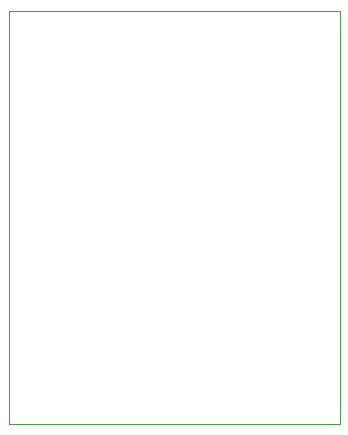
<source format=gbr>
%TF.GenerationSoftware,KiCad,Pcbnew,(5.99.0-8775-g06a515339c)*%
%TF.CreationDate,2021-02-12T19:43:07-05:00*%
%TF.ProjectId,backplate,6261636b-706c-4617-9465-2e6b69636164,rev?*%
%TF.SameCoordinates,Original*%
%TF.FileFunction,Profile,NP*%
%FSLAX46Y46*%
G04 Gerber Fmt 4.6, Leading zero omitted, Abs format (unit mm)*
G04 Created by KiCad (PCBNEW (5.99.0-8775-g06a515339c)) date 2021-02-12 19:43:07*
%MOMM*%
%LPD*%
G01*
G04 APERTURE LIST*
%TA.AperFunction,Profile*%
%ADD10C,0.100000*%
%TD*%
G04 APERTURE END LIST*
D10*
X22000000Y-59000000D02*
X22000000Y-24000000D01*
X50000000Y-59000000D02*
X22000000Y-59000000D01*
X50000000Y-24000000D02*
X50000000Y-59000000D01*
X22000000Y-24000000D02*
X50000000Y-24000000D01*
M02*

</source>
